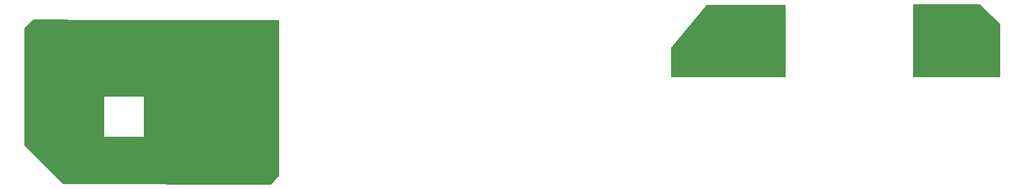
<source format=gbr>
%TF.GenerationSoftware,KiCad,Pcbnew,8.0.7*%
%TF.CreationDate,2025-01-15T17:22:49+01:00*%
%TF.ProjectId,n64rgb_v3,6e363472-6762-45f7-9633-2e6b69636164,20241213.diy*%
%TF.SameCoordinates,Original*%
%TF.FileFunction,Other,User*%
%FSLAX46Y46*%
G04 Gerber Fmt 4.6, Leading zero omitted, Abs format (unit mm)*
G04 Created by KiCad (PCBNEW 8.0.7) date 2025-01-15 17:22:49*
%MOMM*%
%LPD*%
G01*
G04 APERTURE LIST*
%ADD10C,0.150000*%
%ADD11C,0.200000*%
G04 APERTURE END LIST*
D10*
X68900000Y-129860000D02*
X50230000Y-129840000D01*
X50230000Y-124160000D01*
X44440000Y-124160000D01*
X44510000Y-113590000D01*
X68850000Y-113590000D01*
X68900000Y-129860000D01*
G36*
X68900000Y-129860000D02*
G01*
X50230000Y-129840000D01*
X50230000Y-124160000D01*
X44440000Y-124160000D01*
X44510000Y-113590000D01*
X68850000Y-113590000D01*
X68900000Y-129860000D01*
G37*
X169000000Y-114100000D02*
X169000000Y-121412000D01*
X157070000Y-121412000D01*
X157050000Y-111450000D01*
X166250000Y-111450000D01*
X169000000Y-114100000D01*
G36*
X169000000Y-114100000D02*
G01*
X169000000Y-121412000D01*
X157070000Y-121412000D01*
X157050000Y-111450000D01*
X166250000Y-111450000D01*
X169000000Y-114100000D01*
G37*
D11*
X139192000Y-111506000D02*
X139200000Y-121400000D01*
X123450000Y-121412000D01*
X123450000Y-117400000D01*
X128350000Y-111500000D01*
X139192000Y-111506000D01*
G36*
X139192000Y-111506000D02*
G01*
X139200000Y-121400000D01*
X123450000Y-121412000D01*
X123450000Y-117400000D01*
X128350000Y-111500000D01*
X139192000Y-111506000D01*
G37*
D10*
X44510000Y-113590000D02*
X44530000Y-129850000D01*
X68900000Y-129860000D01*
X68880000Y-135250000D01*
X67720000Y-136380000D01*
X39000000Y-136310000D01*
X33650000Y-131010000D01*
X33630000Y-114710000D01*
X34820000Y-113560000D01*
X44510000Y-113590000D01*
G36*
X44510000Y-113590000D02*
G01*
X44530000Y-129850000D01*
X68900000Y-129860000D01*
X68880000Y-135250000D01*
X67720000Y-136380000D01*
X39000000Y-136310000D01*
X33650000Y-131010000D01*
X33630000Y-114710000D01*
X34820000Y-113560000D01*
X44510000Y-113590000D01*
G37*
M02*

</source>
